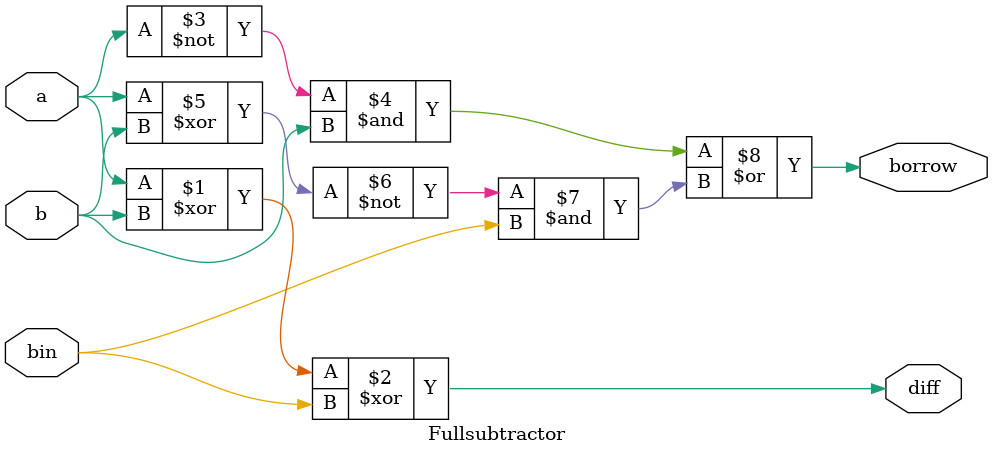
<source format=v>
module Fullsubtractor 
(

 input wire a, b, bin,    //Inputs
 output wire diff, borrow //Outputs
 
 );
 
 assign diff = a ^ b ^ bin; //Difference 
 
 assign borrow = (~a & b)|(~(a ^ b) & bin);   //Borrow logic
 
endmodule

</source>
